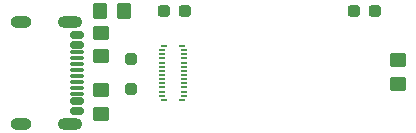
<source format=gtp>
G04 #@! TF.GenerationSoftware,KiCad,Pcbnew,8.0.7*
G04 #@! TF.CreationDate,2025-01-10T19:55:37-05:00*
G04 #@! TF.ProjectId,panel,70616e65-6c2e-46b6-9963-61645f706362,rev?*
G04 #@! TF.SameCoordinates,Original*
G04 #@! TF.FileFunction,Paste,Top*
G04 #@! TF.FilePolarity,Positive*
%FSLAX46Y46*%
G04 Gerber Fmt 4.6, Leading zero omitted, Abs format (unit mm)*
G04 Created by KiCad (PCBNEW 8.0.7) date 2025-01-10 19:55:37*
%MOMM*%
%LPD*%
G01*
G04 APERTURE LIST*
G04 Aperture macros list*
%AMRoundRect*
0 Rectangle with rounded corners*
0 $1 Rounding radius*
0 $2 $3 $4 $5 $6 $7 $8 $9 X,Y pos of 4 corners*
0 Add a 4 corners polygon primitive as box body*
4,1,4,$2,$3,$4,$5,$6,$7,$8,$9,$2,$3,0*
0 Add four circle primitives for the rounded corners*
1,1,$1+$1,$2,$3*
1,1,$1+$1,$4,$5*
1,1,$1+$1,$6,$7*
1,1,$1+$1,$8,$9*
0 Add four rect primitives between the rounded corners*
20,1,$1+$1,$2,$3,$4,$5,0*
20,1,$1+$1,$4,$5,$6,$7,0*
20,1,$1+$1,$6,$7,$8,$9,0*
20,1,$1+$1,$8,$9,$2,$3,0*%
G04 Aperture macros list end*
%ADD10R,0.485000X0.180000*%
%ADD11R,0.535000X0.230000*%
%ADD12RoundRect,0.250000X0.450000X-0.350000X0.450000X0.350000X-0.450000X0.350000X-0.450000X-0.350000X0*%
%ADD13RoundRect,0.237500X0.287500X0.237500X-0.287500X0.237500X-0.287500X-0.237500X0.287500X-0.237500X0*%
%ADD14RoundRect,0.150000X-0.425000X0.150000X-0.425000X-0.150000X0.425000X-0.150000X0.425000X0.150000X0*%
%ADD15RoundRect,0.075000X-0.500000X0.075000X-0.500000X-0.075000X0.500000X-0.075000X0.500000X0.075000X0*%
%ADD16O,2.100000X1.000000*%
%ADD17O,1.800000X1.000000*%
%ADD18RoundRect,0.250000X0.250000X-0.250000X0.250000X0.250000X-0.250000X0.250000X-0.250000X-0.250000X0*%
%ADD19RoundRect,0.250000X-0.350000X-0.450000X0.350000X-0.450000X0.350000X0.450000X-0.350000X0.450000X0*%
%ADD20RoundRect,0.237500X-0.287500X-0.237500X0.287500X-0.237500X0.287500X0.237500X-0.287500X0.237500X0*%
G04 APERTURE END LIST*
D10*
G04 #@! TO.C,J1*
X30407000Y-31075000D03*
X30407000Y-31425000D03*
X30407000Y-31775000D03*
X30407000Y-32125000D03*
X30407000Y-32475000D03*
X30407000Y-32825000D03*
X30407000Y-33175000D03*
X30407000Y-33525000D03*
X30407000Y-33875000D03*
X30407000Y-34225000D03*
X30407000Y-34575000D03*
X30407000Y-34925000D03*
X28592000Y-34925000D03*
X28592000Y-34575000D03*
X28592000Y-34225000D03*
X28592000Y-33875000D03*
X28592000Y-33525000D03*
X28592000Y-33175000D03*
X28592000Y-32825000D03*
X28592000Y-32475000D03*
X28592000Y-32125000D03*
X28592000Y-31775000D03*
X28592000Y-31425000D03*
X28592000Y-31075000D03*
D11*
X30268000Y-30700000D03*
X28732000Y-30700000D03*
X30268000Y-35300000D03*
X28732000Y-35300000D03*
G04 #@! TD*
D12*
G04 #@! TO.C,R1*
X23400000Y-31600000D03*
X23400000Y-29600000D03*
G04 #@! TD*
D13*
G04 #@! TO.C,D2*
X30475000Y-27800000D03*
X28725000Y-27800000D03*
G04 #@! TD*
D14*
G04 #@! TO.C,P1*
X21330000Y-29800000D03*
X21330000Y-30600000D03*
D15*
X21330000Y-31750000D03*
X21330000Y-32750000D03*
X21330000Y-33250000D03*
X21330000Y-34250000D03*
D14*
X21330000Y-35400000D03*
X21330000Y-36200000D03*
X21330000Y-36200000D03*
X21330000Y-35400000D03*
D15*
X21330000Y-34750000D03*
X21330000Y-33750000D03*
X21330000Y-32250000D03*
X21330000Y-31250000D03*
D14*
X21330000Y-30600000D03*
X21330000Y-29800000D03*
D16*
X20755000Y-28680000D03*
D17*
X16575000Y-28680000D03*
D16*
X20755000Y-37320000D03*
D17*
X16575000Y-37320000D03*
G04 #@! TD*
D18*
G04 #@! TO.C,D1*
X25900000Y-34350000D03*
X25900000Y-31850000D03*
G04 #@! TD*
D19*
G04 #@! TO.C,R3*
X23300000Y-27800000D03*
X25300000Y-27800000D03*
G04 #@! TD*
D20*
G04 #@! TO.C,D3*
X44825000Y-27800000D03*
X46575000Y-27800000D03*
G04 #@! TD*
D12*
G04 #@! TO.C,R2*
X23400000Y-36450000D03*
X23400000Y-34450000D03*
G04 #@! TD*
G04 #@! TO.C,R4*
X48500000Y-33900000D03*
X48500000Y-31900000D03*
G04 #@! TD*
M02*

</source>
